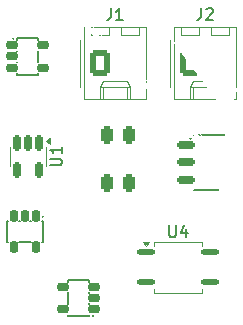
<source format=gbr>
%TF.GenerationSoftware,KiCad,Pcbnew,9.0.1*%
%TF.CreationDate,2025-04-28T22:48:43+02:00*%
%TF.ProjectId,SCS Red Led,53435320-5265-4642-904c-65642e6b6963,rev?*%
%TF.SameCoordinates,Original*%
%TF.FileFunction,Legend,Top*%
%TF.FilePolarity,Positive*%
%FSLAX46Y46*%
G04 Gerber Fmt 4.6, Leading zero omitted, Abs format (unit mm)*
G04 Created by KiCad (PCBNEW 9.0.1) date 2025-04-28 22:48:43*
%MOMM*%
%LPD*%
G01*
G04 APERTURE LIST*
G04 Aperture macros list*
%AMRoundRect*
0 Rectangle with rounded corners*
0 $1 Rounding radius*
0 $2 $3 $4 $5 $6 $7 $8 $9 X,Y pos of 4 corners*
0 Add a 4 corners polygon primitive as box body*
4,1,4,$2,$3,$4,$5,$6,$7,$8,$9,$2,$3,0*
0 Add four circle primitives for the rounded corners*
1,1,$1+$1,$2,$3*
1,1,$1+$1,$4,$5*
1,1,$1+$1,$6,$7*
1,1,$1+$1,$8,$9*
0 Add four rect primitives between the rounded corners*
20,1,$1+$1,$2,$3,$4,$5,0*
20,1,$1+$1,$4,$5,$6,$7,0*
20,1,$1+$1,$6,$7,$8,$9,0*
20,1,$1+$1,$8,$9,$2,$3,0*%
%AMFreePoly0*
4,1,123,0.971755,0.948895,1.016180,0.945771,1.060427,0.940564,1.104369,0.933299,1.147930,0.923952,1.190983,0.912598,1.233477,0.899238,1.275286,0.883896,1.316332,0.866599,1.356541,0.847422,1.395784,0.826365,1.434011,0.803480,1.471120,0.778842,1.507036,0.752502,1.541656,0.724511,1.574956,0.694895,1.606807,0.663780,1.637186,0.631191,1.665989,0.597231,1.693167,0.561951,
1.718669,0.525425,1.742418,0.487757,1.764389,0.448997,1.784531,0.409271,1.802769,0.329972,2.700102,0.329972,2.700102,-0.330023,1.802769,-0.330023,1.784531,-0.409373,1.764389,-0.449098,1.742418,-0.487859,1.718669,-0.525527,1.693167,-0.562052,1.665989,-0.597333,1.637186,-0.631293,1.606807,-0.663881,1.574956,-0.694996,1.541656,-0.724613,1.507036,-0.752604,1.471120,-0.778943,
1.434011,-0.803581,1.395784,-0.826467,1.356541,-0.847523,1.316332,-0.866701,1.275286,-0.883998,1.233477,-0.899340,1.190983,-0.912700,1.147930,-0.924054,1.104369,-0.933401,1.060427,-0.940665,1.016180,-0.945872,0.971755,-0.948997,0.927229,-0.950064,-0.926975,-0.950064,-0.971501,-0.948997,-1.015926,-0.945872,-1.060173,-0.940665,-1.104115,-0.933401,-1.147676,-0.924054,-1.190729,-0.912700,
-1.233223,-0.899340,-1.275032,-0.883998,-1.316078,-0.866701,-1.356287,-0.847523,-1.395530,-0.826467,-1.433757,-0.803581,-1.470866,-0.778943,-1.506782,-0.752604,-1.541402,-0.724613,-1.574702,-0.694996,-1.606553,-0.663881,-1.636932,-0.631293,-1.665735,-0.597333,-1.692913,-0.562052,-1.718415,-0.525527,-1.742164,-0.487859,-1.764135,-0.449098,-1.784277,-0.409373,-1.802515,-0.368733,-1.818847,-0.327305,
-1.833198,-0.285141,-1.845568,-0.242342,-1.855906,-0.199009,-1.864211,-0.155271,-1.870460,-0.111151,-1.874625,-0.066802,-1.876708,-0.022327,-1.876708,0.022225,-1.874625,0.066701,-1.870460,0.111049,-1.864211,0.155169,-1.855906,0.198908,-1.845568,0.242240,-1.833198,0.285039,-1.818847,0.327203,-1.802515,0.368631,-1.784277,0.409271,-1.764135,0.448997,-1.742164,0.487757,-1.718415,0.525425,
-1.692913,0.561951,-1.665735,0.597231,-1.636932,0.631191,-1.606553,0.663780,-1.574702,0.694895,-1.541402,0.724511,-1.506782,0.752502,-1.470866,0.778842,-1.433757,0.803480,-1.395530,0.826365,-1.356287,0.847422,-1.316078,0.866599,-1.275032,0.883896,-1.233223,0.899238,-1.190729,0.912598,-1.147676,0.923952,-1.104115,0.933299,-1.060173,0.940564,-1.015926,0.945771,-0.971501,0.948895,
-0.926975,0.950000,0.927229,0.950000,0.971755,0.948895,0.971755,0.948895,$1*%
G04 Aperture macros list end*
%ADD10C,0.150000*%
%ADD11C,0.120000*%
%ADD12RoundRect,0.269000X-0.269000X-0.494000X0.269000X-0.494000X0.269000X0.494000X-0.269000X0.494000X0*%
%ADD13RoundRect,0.267317X-0.280683X-0.470683X0.280683X-0.470683X0.280683X0.470683X-0.280683X0.470683X0*%
%ADD14RoundRect,0.150000X-0.150000X0.512500X-0.150000X-0.512500X0.150000X-0.512500X0.150000X0.512500X0*%
%ADD15RoundRect,0.250000X-0.620000X-0.845000X0.620000X-0.845000X0.620000X0.845000X-0.620000X0.845000X0*%
%ADD16O,1.740000X2.190000*%
%ADD17RoundRect,0.137500X-0.587500X-0.137500X0.587500X-0.137500X0.587500X0.137500X-0.587500X0.137500X0*%
%ADD18RoundRect,0.150000X0.150000X-0.400000X0.150000X0.400000X-0.150000X0.400000X-0.150000X-0.400000X0*%
%ADD19RoundRect,0.150000X-0.400000X-0.150000X0.400000X-0.150000X0.400000X0.150000X-0.400000X0.150000X0*%
%ADD20RoundRect,0.167500X0.622500X0.167500X-0.622500X0.167500X-0.622500X-0.167500X0.622500X-0.167500X0*%
%ADD21FreePoly0,180.000000*%
%ADD22C,0.500000*%
%ADD23RoundRect,0.150000X0.400000X0.150000X-0.400000X0.150000X-0.400000X-0.150000X0.400000X-0.150000X0*%
G04 APERTURE END LIST*
D10*
X77546819Y-77723904D02*
X78356342Y-77723904D01*
X78356342Y-77723904D02*
X78451580Y-77676285D01*
X78451580Y-77676285D02*
X78499200Y-77628666D01*
X78499200Y-77628666D02*
X78546819Y-77533428D01*
X78546819Y-77533428D02*
X78546819Y-77342952D01*
X78546819Y-77342952D02*
X78499200Y-77247714D01*
X78499200Y-77247714D02*
X78451580Y-77200095D01*
X78451580Y-77200095D02*
X78356342Y-77152476D01*
X78356342Y-77152476D02*
X77546819Y-77152476D01*
X78546819Y-76152476D02*
X78546819Y-76723904D01*
X78546819Y-76438190D02*
X77546819Y-76438190D01*
X77546819Y-76438190D02*
X77689676Y-76533428D01*
X77689676Y-76533428D02*
X77784914Y-76628666D01*
X77784914Y-76628666D02*
X77832533Y-76723904D01*
X90344666Y-64422819D02*
X90344666Y-65137104D01*
X90344666Y-65137104D02*
X90297047Y-65279961D01*
X90297047Y-65279961D02*
X90201809Y-65375200D01*
X90201809Y-65375200D02*
X90058952Y-65422819D01*
X90058952Y-65422819D02*
X89963714Y-65422819D01*
X90773238Y-64518057D02*
X90820857Y-64470438D01*
X90820857Y-64470438D02*
X90916095Y-64422819D01*
X90916095Y-64422819D02*
X91154190Y-64422819D01*
X91154190Y-64422819D02*
X91249428Y-64470438D01*
X91249428Y-64470438D02*
X91297047Y-64518057D01*
X91297047Y-64518057D02*
X91344666Y-64613295D01*
X91344666Y-64613295D02*
X91344666Y-64708533D01*
X91344666Y-64708533D02*
X91297047Y-64851390D01*
X91297047Y-64851390D02*
X90725619Y-65422819D01*
X90725619Y-65422819D02*
X91344666Y-65422819D01*
X87630095Y-82814819D02*
X87630095Y-83624342D01*
X87630095Y-83624342D02*
X87677714Y-83719580D01*
X87677714Y-83719580D02*
X87725333Y-83767200D01*
X87725333Y-83767200D02*
X87820571Y-83814819D01*
X87820571Y-83814819D02*
X88011047Y-83814819D01*
X88011047Y-83814819D02*
X88106285Y-83767200D01*
X88106285Y-83767200D02*
X88153904Y-83719580D01*
X88153904Y-83719580D02*
X88201523Y-83624342D01*
X88201523Y-83624342D02*
X88201523Y-82814819D01*
X89106285Y-83148152D02*
X89106285Y-83814819D01*
X88868190Y-82767200D02*
X88630095Y-83481485D01*
X88630095Y-83481485D02*
X89249142Y-83481485D01*
X82724666Y-64422819D02*
X82724666Y-65137104D01*
X82724666Y-65137104D02*
X82677047Y-65279961D01*
X82677047Y-65279961D02*
X82581809Y-65375200D01*
X82581809Y-65375200D02*
X82438952Y-65422819D01*
X82438952Y-65422819D02*
X82343714Y-65422819D01*
X83724666Y-65422819D02*
X83153238Y-65422819D01*
X83438952Y-65422819D02*
X83438952Y-64422819D01*
X83438952Y-64422819D02*
X83343714Y-64565676D01*
X83343714Y-64565676D02*
X83248476Y-64660914D01*
X83248476Y-64660914D02*
X83153238Y-64708533D01*
D11*
%TO.C,U1*%
X74132000Y-76962000D02*
X74132000Y-76162000D01*
X74132000Y-76962000D02*
X74132000Y-77762000D01*
X77252000Y-76962000D02*
X77252000Y-76162000D01*
X77252000Y-76962000D02*
X77252000Y-77762000D01*
X77532000Y-75902000D02*
X77202000Y-75662000D01*
X77532000Y-75422000D01*
X77532000Y-75902000D01*
G36*
X77532000Y-75902000D02*
G01*
X77202000Y-75662000D01*
X77532000Y-75422000D01*
X77532000Y-75902000D01*
G37*
%TO.C,J2*%
X87738000Y-67088000D02*
X87738000Y-71088000D01*
X88028000Y-66058000D02*
X88028000Y-72078000D01*
X88028000Y-72078000D02*
X93328000Y-72078000D01*
X88608000Y-66058000D02*
X88608000Y-66658000D01*
X88608000Y-66658000D02*
X90208000Y-66658000D01*
X89408000Y-71078000D02*
X89658000Y-70548000D01*
X89408000Y-71078000D02*
X91948000Y-71078000D01*
X89408000Y-72078000D02*
X89408000Y-71078000D01*
X89658000Y-70548000D02*
X91698000Y-70548000D01*
X89658000Y-72078000D02*
X89658000Y-71078000D01*
X90208000Y-66658000D02*
X90208000Y-66058000D01*
X91148000Y-66058000D02*
X91148000Y-66658000D01*
X91148000Y-66658000D02*
X92748000Y-66658000D01*
X91698000Y-70548000D02*
X91948000Y-71078000D01*
X91698000Y-72078000D02*
X91698000Y-71078000D01*
X91948000Y-71078000D02*
X91948000Y-72078000D01*
X92748000Y-66658000D02*
X92748000Y-66058000D01*
X93328000Y-66058000D02*
X88028000Y-66058000D01*
X93328000Y-72078000D02*
X93328000Y-66058000D01*
%TO.C,U4*%
X86382000Y-84200000D02*
X86382000Y-84555000D01*
X86382000Y-88520000D02*
X86382000Y-88165000D01*
X88392000Y-84200000D02*
X86382000Y-84200000D01*
X88392000Y-84200000D02*
X90402000Y-84200000D01*
X88392000Y-88520000D02*
X86382000Y-88520000D01*
X88392000Y-88520000D02*
X90402000Y-88520000D01*
X90402000Y-84200000D02*
X90402000Y-84555000D01*
X90402000Y-88520000D02*
X90402000Y-88165000D01*
X85704500Y-84555000D02*
X85464500Y-84225000D01*
X85944500Y-84225000D01*
X85704500Y-84555000D01*
G36*
X85704500Y-84555000D02*
G01*
X85464500Y-84225000D01*
X85944500Y-84225000D01*
X85704500Y-84555000D01*
G37*
%TO.C,J1*%
X80118000Y-67088000D02*
X80118000Y-71088000D01*
X80408000Y-66058000D02*
X80408000Y-72078000D01*
X80408000Y-72078000D02*
X85708000Y-72078000D01*
X80988000Y-66058000D02*
X80988000Y-66658000D01*
X80988000Y-66658000D02*
X82588000Y-66658000D01*
X81788000Y-71078000D02*
X82038000Y-70548000D01*
X81788000Y-71078000D02*
X84328000Y-71078000D01*
X81788000Y-72078000D02*
X81788000Y-71078000D01*
X82038000Y-70548000D02*
X84078000Y-70548000D01*
X82038000Y-72078000D02*
X82038000Y-71078000D01*
X82588000Y-66658000D02*
X82588000Y-66058000D01*
X83528000Y-66058000D02*
X83528000Y-66658000D01*
X83528000Y-66658000D02*
X85128000Y-66658000D01*
X84078000Y-70548000D02*
X84328000Y-71078000D01*
X84078000Y-72078000D02*
X84078000Y-71078000D01*
X84328000Y-71078000D02*
X84328000Y-72078000D01*
X85128000Y-66658000D02*
X85128000Y-66058000D01*
X85708000Y-66058000D02*
X80408000Y-66058000D01*
X85708000Y-72078000D02*
X85708000Y-66058000D01*
D10*
%TO.C,U7*%
X73888000Y-82412000D02*
X74038000Y-82412000D01*
X73888000Y-84212000D02*
X73888000Y-82412000D01*
X73888000Y-84212000D02*
X74038000Y-84212000D01*
X74938000Y-82412000D02*
X74988000Y-82412000D01*
X74938000Y-84212000D02*
X75938000Y-84212000D01*
X75888000Y-82412000D02*
X75938000Y-82412000D01*
X76838000Y-82412000D02*
X76988000Y-82412000D01*
X76838000Y-84212000D02*
X76988000Y-84212000D01*
X76988000Y-84212000D02*
X76988000Y-82412000D01*
X76968000Y-82092000D02*
G75*
G02*
X76908000Y-82092000I-30000J0D01*
G01*
X76908000Y-82092000D02*
G75*
G02*
X76968000Y-82092000I30000J0D01*
G01*
%TO.C,U8*%
X79080000Y-87416000D02*
X79080000Y-87566000D01*
X79080000Y-87416000D02*
X80880000Y-87416000D01*
X79080000Y-88466000D02*
X79080000Y-89466000D01*
X79080000Y-90366000D02*
X79080000Y-90516000D01*
X79080000Y-90516000D02*
X80880000Y-90516000D01*
X80880000Y-87416000D02*
X80880000Y-87566000D01*
X80880000Y-88466000D02*
X80880000Y-88516000D01*
X80880000Y-89416000D02*
X80880000Y-89466000D01*
X80880000Y-90366000D02*
X80880000Y-90516000D01*
X81230000Y-90466000D02*
G75*
G02*
X81170000Y-90466000I-30000J0D01*
G01*
X81170000Y-90466000D02*
G75*
G02*
X81230000Y-90466000I30000J0D01*
G01*
%TO.C,U6*%
X89740000Y-75140000D02*
X92390000Y-75140000D01*
X89740000Y-79800000D02*
X92390000Y-79800000D01*
X92390000Y-75140000D02*
X92390000Y-76290000D01*
X92390000Y-79800000D02*
X92390000Y-78650000D01*
X89470000Y-75470000D02*
G75*
G02*
X89410000Y-75470000I-30000J0D01*
G01*
X89410000Y-75470000D02*
G75*
G02*
X89470000Y-75470000I30000J0D01*
G01*
%TO.C,U5*%
X74762000Y-67114000D02*
X74762000Y-66964000D01*
X74762000Y-68064000D02*
X74762000Y-68014000D01*
X74762000Y-69014000D02*
X74762000Y-68964000D01*
X74762000Y-70064000D02*
X74762000Y-69914000D01*
X76562000Y-66964000D02*
X74762000Y-66964000D01*
X76562000Y-67114000D02*
X76562000Y-66964000D01*
X76562000Y-69014000D02*
X76562000Y-68014000D01*
X76562000Y-70064000D02*
X74762000Y-70064000D01*
X76562000Y-70064000D02*
X76562000Y-69914000D01*
X74472000Y-67014000D02*
G75*
G02*
X74412000Y-67014000I-30000J0D01*
G01*
X74412000Y-67014000D02*
G75*
G02*
X74472000Y-67014000I30000J0D01*
G01*
%TD*%
%LPC*%
D12*
%TO.C,C2*%
X82362000Y-75184000D03*
X84262000Y-75184000D03*
%TD*%
D13*
%TO.C,R9*%
X67818000Y-86262000D03*
X69638000Y-86262000D03*
%TD*%
D12*
%TO.C,C3*%
X82362000Y-79248000D03*
X84262000Y-79248000D03*
%TD*%
D14*
%TO.C,U1*%
X76642000Y-75824500D03*
X75692000Y-75824500D03*
X74742000Y-75824500D03*
X74742000Y-78099500D03*
X76642000Y-78099500D03*
%TD*%
D13*
%TO.C,R8*%
X67670000Y-82550000D03*
X69490000Y-82550000D03*
%TD*%
D15*
%TO.C,J2*%
X89408000Y-69088000D03*
D16*
X91948000Y-69088000D03*
%TD*%
D13*
%TO.C,R10*%
X69194000Y-90424000D03*
X71014000Y-90424000D03*
%TD*%
%TO.C,R6*%
X67818000Y-75438000D03*
X69638000Y-75438000D03*
%TD*%
D17*
%TO.C,U4*%
X85642000Y-85090000D03*
X85642000Y-87630000D03*
X91142000Y-87630000D03*
X91142000Y-85090000D03*
%TD*%
D15*
%TO.C,J1*%
X81788000Y-69088000D03*
D16*
X84328000Y-69088000D03*
%TD*%
D18*
%TO.C,U7*%
X76388000Y-82012000D03*
X75438000Y-82012000D03*
X74488000Y-82012000D03*
X74488000Y-84612000D03*
X76388000Y-84612000D03*
%TD*%
D19*
%TO.C,U8*%
X81280000Y-89916000D03*
X81280000Y-88966000D03*
X81280000Y-88016000D03*
X78680000Y-88016000D03*
X78680000Y-89916000D03*
%TD*%
D20*
%TO.C,U6*%
X89080000Y-75970000D03*
D21*
X91800000Y-77470000D03*
D22*
X91440000Y-77470000D03*
X90440000Y-77470000D03*
D20*
X89080000Y-77470000D03*
X89080000Y-78970000D03*
%TD*%
D13*
%TO.C,R4*%
X67818000Y-70866000D03*
X69638000Y-70866000D03*
%TD*%
%TO.C,R3*%
X67657000Y-66886000D03*
X69477000Y-66886000D03*
%TD*%
%TO.C,R7*%
X67818000Y-79248000D03*
X69638000Y-79248000D03*
%TD*%
D23*
%TO.C,U5*%
X74362000Y-67564000D03*
X74362000Y-68514000D03*
X74362000Y-69464000D03*
X76962000Y-69464000D03*
X76962000Y-67564000D03*
%TD*%
%LPD*%
M02*

</source>
